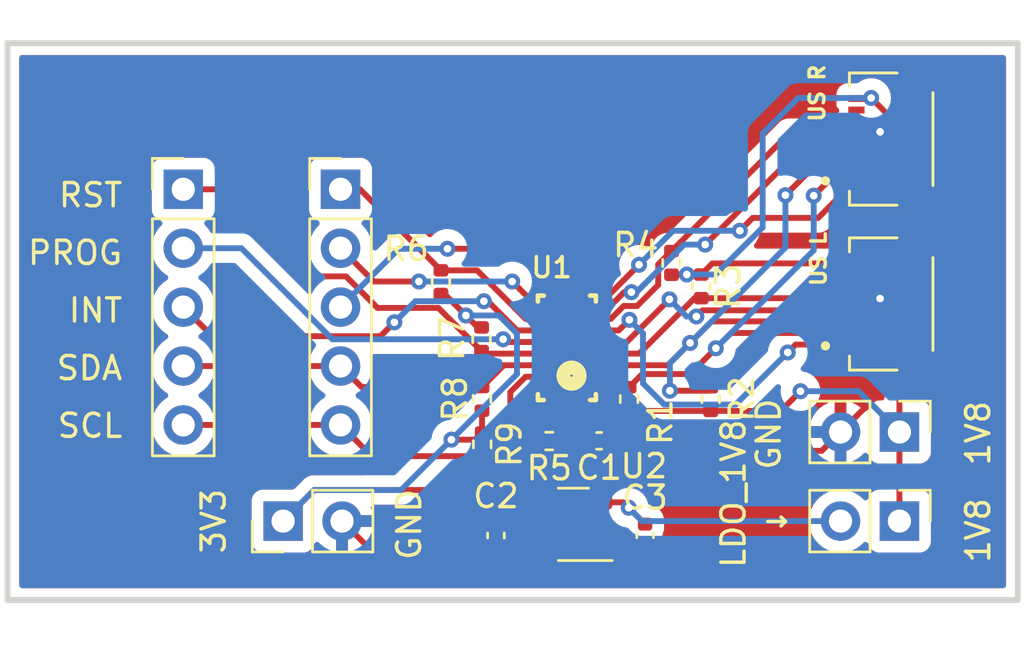
<source format=kicad_pcb>
(kicad_pcb (version 20211014) (generator pcbnew)
  (layers (0 "F.Cu" signal "Front") (31 "B.Cu" signal "Back") (34 "B.Paste" user) (35 "F.Paste" user) (36 "B.SilkS" user "B.Silkscreen") (37 "F.SilkS" user "F.Silkscreen") (38 "B.Mask" user) (39 "F.Mask" user) (44 "Edge.Cuts" user))
  (net 0 "")
  (net 1 "+3V3")
  (net 2 "GND")
  (net 3 "1V8_INTERNAL")
  (net 4 "+1V8")
  (net 5 "SCL_3V3")
  (net 6 "SDA_3V3")
  (net 7 "RST_R_3V3")
  (net 8 "PROG_R_3V3")
  (net 9 "INT_R_3V3")
  (net 10 "RST_L_3V3")
  (net 11 "PROG_L_3V3")
  (net 12 "INT_L_3V3")
  (net 13 "INT_L_1V8")
  (net 14 "SCL_1V8")
  (net 15 "SDA_1V8")
  (net 16 "PROG_L_1V8")
  (net 17 "RST_L_1V8")
  (net 18 "INT_R_1V8")
  (net 19 "PROG_R_1V8")
  (net 20 "RST_R_1V8")
  (net 21 "Net-(R5-Pad1)")
  (footprint "Resistor_SMD:R_0402_1005Metric" (layer "F.Cu") (at 115.11 72.02 -90)
    (fp_text reference "R3" (at 0 -1.17 90) (layer "F.SilkS"))
    (fp_text value "10k/0402")
    (fp_line (start -0.153641 0.38) (end 0.153641 0.38) (layer "F.SilkS") (width 0.12))
    (fp_line (start -0.153641 -0.38) (end 0.153641 -0.38) (layer "F.SilkS") (width 0.12))
    (pad "1" smd roundrect (at -0.51 0 270) (size 0.54 0.64) (layers "F.Cu" "F.Paste" "F.Mask") (net 4 "+1V8"))
    (pad "2" smd roundrect (at 0.51 0 270) (size 0.54 0.64) (layers "F.Cu" "F.Paste" "F.Mask") (net 17 "RST_L_1V8"))
  )
  (footprint "Resistor_SMD:R_0402_1005Metric" (layer "F.Cu") (at 105.66 76.87 90)
    (fp_text reference "R8" (at 0 -1.17 90) (layer "F.SilkS"))
    (fp_text value "1.8k/0402")
    (fp_line (start -0.153641 0.38) (end 0.153641 0.38) (layer "F.SilkS") (width 0.12))
    (fp_line (start -0.153641 -0.38) (end 0.153641 -0.38) (layer "F.SilkS") (width 0.12))
    (pad "1" smd roundrect (at -0.51 0 90) (size 0.54 0.64) (layers "F.Cu" "F.Paste" "F.Mask") (net 1 "+3V3"))
    (pad "2" smd roundrect (at 0.51 0 90) (size 0.54 0.64) (layers "F.Cu" "F.Paste" "F.Mask") (net 6 "SDA_3V3"))
  )
  (footprint "Connector_PinHeader_2.54mm:PinHeader_1x02_P2.54mm_Vertical" (layer "F.Cu") (at 97.085 82.14 90)
    (fp_text reference "J1" hide)
    (fp_text value "3V3 IN")
    (fp_line (start -1.33 1.27) (end -1.33 3.87) (layer "F.SilkS") (width 0.12))
    (fp_line (start -1.33 1.27) (end 1.33 1.27) (layer "F.SilkS") (width 0.12))
    (fp_line (start 1.33 1.27) (end 1.33 3.87) (layer "F.SilkS") (width 0.12))
    (fp_line (start -1.33 -1.33) (end 0 -1.33) (layer "F.SilkS") (width 0.12))
    (fp_line (start -1.33 0) (end -1.33 -1.33) (layer "F.SilkS") (width 0.12))
    (fp_line (start -1.33 3.87) (end 1.33 3.87) (layer "F.SilkS") (width 0.12))
    (pad "1" thru_hole rect (at 0 0 90) (size 1.7 1.7) (drill 1) (layers *.Cu *.Mask) (net 1 "+3V3"))
    (pad "2" thru_hole oval (at 0 2.54 90) (size 1.7 1.7) (drill 1) (layers *.Cu *.Mask) (net 2 "GND"))
  )
  (footprint "Connector_PinHeader_2.54mm:PinHeader_1x05_P2.54mm_Vertical" (layer "F.Cu") (at 92.78 67.835)
    (fp_text reference "J4" hide)
    (fp_text value "US L 3V3")
    (fp_line (start 1.33 1.27) (end 1.33 11.49) (layer "F.SilkS") (width 0.12))
    (fp_line (start -1.33 1.27) (end 1.33 1.27) (layer "F.SilkS") (width 0.12))
    (fp_line (start -1.33 -1.33) (end 0 -1.33) (layer "F.SilkS") (width 0.12))
    (fp_line (start -1.33 1.27) (end -1.33 11.49) (layer "F.SilkS") (width 0.12))
    (fp_line (start -1.33 0) (end -1.33 -1.33) (layer "F.SilkS") (width 0.12))
    (fp_line (start -1.33 11.49) (end 1.33 11.49) (layer "F.SilkS") (width 0.12))
    (pad "1" thru_hole rect (at 0 0) (size 1.7 1.7) (drill 1) (layers *.Cu *.Mask) (net 10 "RST_L_3V3"))
    (pad "2" thru_hole oval (at 0 2.54) (size 1.7 1.7) (drill 1) (layers *.Cu *.Mask) (net 11 "PROG_L_3V3"))
    (pad "3" thru_hole oval (at 0 5.08) (size 1.7 1.7) (drill 1) (layers *.Cu *.Mask) (net 12 "INT_L_3V3"))
    (pad "4" thru_hole oval (at 0 7.62) (size 1.7 1.7) (drill 1) (layers *.Cu *.Mask) (net 6 "SDA_3V3"))
    (pad "5" thru_hole oval (at 0 10.16) (size 1.7 1.7) (drill 1) (layers *.Cu *.Mask) (net 5 "SCL_3V3"))
  )
  (footprint "Rolling_Custom:MOLEX_5034800800" (layer "F.Cu") (at 121.8 72.78 90)
    (fp_text reference "US L" (at 1.94 -1.63 90) (layer "F.SilkS") (effects (font (size 0.64 0.64))))
    (fp_text value "US L 1V8")
    (fp_line (start 2.25 -0.3) (end 2.85 -0.3) (layer "F.SilkS") (width 0.127))
    (fp_line (start -2.85 -0.3) (end -2.85 1.75) (layer "F.SilkS") (width 0.127))
    (fp_line (start -2.25 -0.3) (end -2.85 -0.3) (layer "F.SilkS") (width 0.127))
    (fp_line (start 2.85 -0.3) (end 2.85 1.75) (layer "F.SilkS") (width 0.127))
    (fp_line (start -2 3.3) (end 2 3.3) (layer "F.SilkS") (width 0.127))
    (fp_circle (center -1.805 -1.335) (end -1.705 -1.335) (layer "F.SilkS") (width 0.2) (fill none))
    (pad "1" smd rect (at -1.75 0 90) (size 0.3 0.7) (layers "F.Cu" "F.Paste" "F.Mask") (net 13 "INT_L_1V8"))
    (pad "2" smd rect (at -1.25 0 90) (size 0.3 0.7) (layers "F.Cu" "F.Paste" "F.Mask") (net 14 "SCL_1V8"))
    (pad "3" smd rect (at -0.75 0 90) (size 0.3 0.7) (layers "F.Cu" "F.Paste" "F.Mask") (net 15 "SDA_1V8"))
    (pad "4" smd rect (at -0.25 0 90) (size 0.3 0.7) (layers "F.Cu" "F.Paste" "F.Mask") (net 16 "PROG_L_1V8"))
    (pad "5" smd rect (at 0.25 0 90) (size 0.3 0.7) (layers "F.Cu" "F.Paste" "F.Mask") (net 17 "RST_L_1V8"))
    (pad "6" smd rect (at 0.75 0 90) (size 0.3 0.7) (layers "F.Cu" "F.Paste" "F.Mask") (net 2 "GND"))
    (pad "7" smd rect (at 1.25 0 90) (size 0.3 0.7) (layers "F.Cu" "F.Paste" "F.Mask") (net 2 "GND"))
    (pad "8" smd rect (at 1.75 0 90) (size 0.3 0.7) (layers "F.Cu" "F.Paste" "F.Mask") (net 4 "+1V8"))
    (pad "S1" smd rect (at -2.54 2.65 90) (size 0.3 1) (layers "F.Cu" "F.Paste" "F.Mask"))
    (pad "S2" smd rect (at 2.54 2.65 90) (size 0.3 1) (layers "F.Cu" "F.Paste" "F.Mask"))
  )
  (footprint "Resistor_SMD:R_0402_1005Metric" (layer "F.Cu") (at 105.64 74.3 -90)
    (fp_text reference "R7" (at -0.04 1.27 90) (layer "F.SilkS"))
    (fp_text value "10k/0402")
    (fp_line (start -0.153641 0.38) (end 0.153641 0.38) (layer "F.SilkS") (width 0.12))
    (fp_line (start -0.153641 -0.38) (end 0.153641 -0.38) (layer "F.SilkS") (width 0.12))
    (pad "1" smd roundrect (at -0.51 0 270) (size 0.54 0.64) (layers "F.Cu" "F.Paste" "F.Mask") (net 1 "+3V3"))
    (pad "2" smd roundrect (at 0.51 0 270) (size 0.54 0.64) (layers "F.Cu" "F.Paste" "F.Mask") (net 10 "RST_L_3V3"))
  )
  (footprint "Resistor_SMD:R_0402_1005Metric" (layer "F.Cu") (at 113.83 71.01 90)
    (fp_text reference "R4" (at 0.77 -1.54 180) (layer "F.SilkS"))
    (fp_text value "10k/0402")
    (fp_line (start -0.153641 -0.38) (end 0.153641 -0.38) (layer "F.SilkS") (width 0.12))
    (fp_line (start -0.153641 0.38) (end 0.153641 0.38) (layer "F.SilkS") (width 0.12))
    (pad "1" smd roundrect (at -0.51 0 90) (size 0.54 0.64) (layers "F.Cu" "F.Paste" "F.Mask") (net 4 "+1V8"))
    (pad "2" smd roundrect (at 0.51 0 90) (size 0.54 0.64) (layers "F.Cu" "F.Paste" "F.Mask") (net 20 "RST_R_1V8"))
  )
  (footprint "Capacitor_SMD:C_0402_1005Metric" (layer "F.Cu") (at 106.26 82.76 -90)
    (fp_text reference "C2" (at -1.7 0 180) (layer "F.SilkS"))
    (fp_text value "1uF/10V/0402")
    (fp_line (start -0.107836 0.36) (end 0.107836 0.36) (layer "F.SilkS") (width 0.12))
    (fp_line (start -0.107836 -0.36) (end 0.107836 -0.36) (layer "F.SilkS") (width 0.12))
    (pad "1" smd roundrect (at -0.48 0 270) (size 0.56 0.62) (layers "F.Cu" "F.Paste" "F.Mask") (net 1 "+3V3"))
    (pad "2" smd roundrect (at 0.48 0 270) (size 0.56 0.62) (layers "F.Cu" "F.Paste" "F.Mask") (net 2 "GND"))
  )
  (footprint "Resistor_SMD:R_0402_1005Metric" (layer "F.Cu") (at 103.89 71.84 90)
    (fp_text reference "R6" (at 1.44 -1.5 180) (layer "F.SilkS"))
    (fp_text value "10k/0402")
    (fp_line (start -0.153641 -0.38) (end 0.153641 -0.38) (layer "F.SilkS") (width 0.12))
    (fp_line (start -0.153641 0.38) (end 0.153641 0.38) (layer "F.SilkS") (width 0.12))
    (pad "1" smd roundrect (at -0.51 0 90) (size 0.54 0.64) (layers "F.Cu" "F.Paste" "F.Mask") (net 1 "+3V3"))
    (pad "2" smd roundrect (at 0.51 0 90) (size 0.54 0.64) (layers "F.Cu" "F.Paste" "F.Mask") (net 7 "RST_R_3V3"))
  )
  (footprint "Resistor_SMD:R_0402_1005Metric" (layer "F.Cu") (at 105.67 78.83 -90)
    (fp_text reference "R9" (at 0 -1.17 90) (layer "F.SilkS"))
    (fp_text value "1.8k/0402")
    (fp_line (start -0.153641 0.38) (end 0.153641 0.38) (layer "F.SilkS") (width 0.12))
    (fp_line (start -0.153641 -0.38) (end 0.153641 -0.38) (layer "F.SilkS") (width 0.12))
    (pad "1" smd roundrect (at -0.51 0 270) (size 0.54 0.64) (layers "F.Cu" "F.Paste" "F.Mask") (net 1 "+3V3"))
    (pad "2" smd roundrect (at 0.51 0 270) (size 0.54 0.64) (layers "F.Cu" "F.Paste" "F.Mask") (net 5 "SCL_3V3"))
  )
  (footprint "Capacitor_SMD:C_0402_1005Metric" (layer "F.Cu") (at 112.69 82.75 -90)
    (fp_text reference "C3" (at -1.62 0 180) (layer "F.SilkS"))
    (fp_text value "1nF/50V/0402")
    (fp_line (start -0.107836 0.36) (end 0.107836 0.36) (layer "F.SilkS") (width 0.12))
    (fp_line (start -0.107836 -0.36) (end 0.107836 -0.36) (layer "F.SilkS") (width 0.12))
    (pad "1" smd roundrect (at -0.48 0 270) (size 0.56 0.62) (layers "F.Cu" "F.Paste" "F.Mask") (net 3 "1V8_INTERNAL"))
    (pad "2" smd roundrect (at 0.48 0 270) (size 0.56 0.62) (layers "F.Cu" "F.Paste" "F.Mask") (net 2 "GND"))
  )
  (footprint "Resistor_SMD:R_0402_1005Metric" (layer "F.Cu") (at 115.52 76.88 90)
    (fp_text reference "R2" (at 0 1.34 90) (layer "F.SilkS"))
    (fp_text value "1.8k/0402")
    (fp_line (start -0.153641 0.38) (end 0.153641 0.38) (layer "F.SilkS") (width 0.12))
    (fp_line (start -0.153641 -0.38) (end 0.153641 -0.38) (layer "F.SilkS") (width 0.12))
    (pad "1" smd roundrect (at -0.51 0 90) (size 0.54 0.64) (layers "F.Cu" "F.Paste" "F.Mask") (net 4 "+1V8"))
    (pad "2" smd roundrect (at 0.51 0 90) (size 0.54 0.64) (layers "F.Cu" "F.Paste" "F.Mask") (net 15 "SDA_1V8"))
  )
  (footprint "Rolling_Custom:DHVQFN20_SOT764-1" (layer "F.Cu") (at 109.32 74.67 90)
    (fp_text reference "U1" (at 3.46 -0.66 180) (layer "F.SilkS") (effects (font (size 0.866142 0.866142))))
    (fp_text value "PI4ULS5V108")
    (fp_line (start 2.25 -1.25) (end 2.25 -1) (layer "F.SilkS") (width 0.2))
    (fp_line (start 2.25 1) (end 2.25 1.25) (layer "F.SilkS") (width 0.2))
    (fp_line (start -2.25 -1.25) (end -2.25 -1) (layer "F.SilkS") (width 0.2))
    (fp_line (start 2.25 1.25) (end 2 1.25) (layer "F.SilkS") (width 0.2))
    (fp_line (start 2.25 -1.25) (end 2 -1.25) (layer "F.SilkS") (width 0.2))
    (fp_line (start -2 1.25) (end -2.25 1.25) (layer "F.SilkS") (width 0.2))
    (fp_line (start -2.25 -1.25) (end -2 -1.25) (layer "F.SilkS") (width 0.2))
    (fp_line (start -2.25 1.25) (end -2.25 1) (layer "F.SilkS") (width 0.2))
    (fp_circle (center -1.2 0.2) (end -1.15 0.2) (layer "F.SilkS") (width 0.6) (fill none))
    (pad "1" smd rect (at -2.25 0.25 180) (size 0.25 0.8) (layers "F.Cu" "F.Paste" "F.Mask") (net 2 "GND"))
    (pad "2" smd rect (at -1.75 1.25 90) (size 0.25 0.8) (layers "F.Cu" "F.Paste" "F.Mask") (net 4 "+1V8"))
    (pad "3" smd rect (at -1.25 1.25 90) (size 0.25 0.8) (layers "F.Cu" "F.Paste" "F.Mask") (net 14 "SCL_1V8"))
    (pad "4" smd rect (at -0.75 1.25 90) (size 0.25 0.8) (layers "F.Cu" "F.Paste" "F.Mask") (net 15 "SDA_1V8"))
    (pad "5" smd rect (at -0.25 1.25 90) (size 0.25 0.8) (layers "F.Cu" "F.Paste" "F.Mask") (net 17 "RST_L_1V8"))
    (pad "6" smd rect (at 0.25 1.25 90) (size 0.25 0.8) (layers "F.Cu" "F.Paste" "F.Mask") (net 16 "PROG_L_1V8"))
    (pad "7" smd rect (at 0.75 1.25 90) (size 0.25 0.8) (layers "F.Cu" "F.Paste" "F.Mask") (net 13 "INT_L_1V8"))
    (pad "8" smd rect (at 1.25 1.25 90) (size 0.25 0.8) (layers "F.Cu" "F.Paste" "F.Mask") (net 20 "RST_R_1V8"))
    (pad "9" smd rect (at 1.75 1.25 90) (size 0.25 0.8) (layers "F.Cu" "F.Paste" "F.Mask") (net 19 "PROG_R_1V8"))
    (pad "10" smd rect (at 2.25 0.25 180) (size 0.25 0.8) (layers "F.Cu" "F.Paste" "F.Mask") (net 18 "INT_R_1V8"))
    (pad "11" smd rect (at 2.25 -0.25 180) (size 0.25 0.8) (layers "F.Cu" "F.Paste" "F.Mask") (net 9 "INT_R_3V3"))
    (pad "12" smd rect (at 1.75 -1.25 90) (size 0.25 0.8) (layers "F.Cu" "F.Paste" "F.Mask") (net 8 "PROG_R_3V3"))
    (pad "13" smd rect (at 1.25 -1.25 90) (size 0.25 0.8) (layers "F.Cu" "F.Paste" "F.Mask") (net 7 "RST_R_3V3"))
    (pad "14" smd rect (at 0.75 -1.25 90) (size 0.25 0.8) (layers "F.Cu" "F.Paste" "F.Mask") (net 12 "INT_L_3V3"))
    (pad "15" smd rect (at 0.25 -1.25 90) (size 0.25 0.8) (layers "F.Cu" "F.Paste" "F.Mask") (net 11 "PROG_L_3V3"))
    (pad "16" smd rect (at -0.25 -1.25 90) (size 0.25 0.8) (layers "F.Cu" "F.Paste" "F.Mask") (net 10 "RST_L_3V3"))
    (pad "17" smd rect (at -0.75 -1.25 90) (size 0.25 0.8) (layers "F.Cu" "F.Paste" "F.Mask") (net 6 "SDA_3V3"))
    (pad "18" smd rect (at -1.25 -1.25 90) (size 0.25 0.8) (layers "F.Cu" "F.Paste" "F.Mask") (net 5 "SCL_3V3"))
    (pad "19" smd rect (at -1.75 -1.25 90) (size 0.25 0.8) (layers "F.Cu" "F.Paste" "F.Mask") (net 1 "+3V3"))
    (pad "20" smd rect (at -2.25 -0.25 180) (size 0.25 0.8) (layers "F.Cu" "F.Paste" "F.Mask") (net 21 "Net-(R5-Pad1)"))
  )
  (footprint "Connector_PinHeader_2.54mm:PinHeader_1x05_P2.54mm_Vertical" (layer "F.Cu") (at 99.56 67.835)
    (fp_text reference "J3" hide)
    (fp_text value "US R 3V3")
    (fp_line (start -1.33 -1.33) (end 0 -1.33) (layer "F.SilkS") (width 0.12))
    (fp_line (start -1.33 0) (end -1.33 -1.33) (layer "F.SilkS") (width 0.12))
    (fp_line (start -1.33 1.27) (end -1.33 11.49) (layer "F.SilkS") (width 0.12))
    (fp_line (start -1.33 11.49) (end 1.33 11.49) (layer "F.SilkS") (width 0.12))
    (fp_line (start -1.33 1.27) (end 1.33 1.27) (layer "F.SilkS") (width 0.12))
    (fp_line (start 1.33 1.27) (end 1.33 11.49) (layer "F.SilkS") (width 0.12))
    (pad "1" thru_hole rect (at 0 0) (size 1.7 1.7) (drill 1) (layers *.Cu *.Mask) (net 7 "RST_R_3V3"))
    (pad "2" thru_hole oval (at 0 2.54) (size 1.7 1.7) (drill 1) (layers *.Cu *.Mask) (net 8 "PROG_R_3V3"))
    (pad "3" thru_hole oval (at 0 5.08) (size 1.7 1.7) (drill 1) (layers *.Cu *.Mask) (net 9 "INT_R_3V3"))
    (pad "4" thru_hole oval (at 0 7.62) (size 1.7 1.7) (drill 1) (layers *.Cu *.Mask) (net 6 "SDA_3V3"))
    (pad "5" thru_hole oval (at 0 10.16) (size 1.7 1.7) (drill 1) (layers *.Cu *.Mask) (net 5 "SCL_3V3"))
  )
  (footprint "Package_TO_SOT_SMD:SOT-23" (layer "F.Cu") (at 109.6 82.28 180)
    (fp_text reference "U2" (at -3.04 2.51) (layer "F.SilkS"))
    (fp_text value "XC6206P182MR")
    (fp_line (start 0 -1.56) (end -1.675 -1.56) (layer "F.SilkS") (width 0.12))
    (fp_line (start 0 1.56) (end 0.65 1.56) (layer "F.SilkS") (width 0.12))
    (fp_line (start 0 -1.56) (end 0.65 -1.56) (layer "F.SilkS") (width 0.12))
    (fp_line (start 0 1.56) (end -0.65 1.56) (layer "F.SilkS") (width 0.12))
    (pad "1" smd roundrect (at -0.9375 -0.95 180) (size 1.475 0.6) (layers "F.Cu" "F.Paste" "F.Mask") (net 2 "GND"))
    (pad "2" smd roundrect (at -0.9375 0.95 180) (size 1.475 0.6) (layers "F.Cu" "F.Paste" "F.Mask") (net 3 "1V8_INTERNAL"))
    (pad "3" smd roundrect (at 0.9375 0 180) (size 1.475 0.6) (layers "F.Cu" "F.Paste" "F.Mask") (net 1 "+3V3"))
  )
  (footprint "Connector_PinHeader_2.54mm:PinHeader_1x02_P2.54mm_Vertical" (layer "F.Cu") (at 123.655 78.3 -90)
    (fp_text reference "J2" hide)
    (fp_text value "1V8 OUT")
    (fp_line (start -1.33 -1.33) (end 0 -1.33) (layer "F.SilkS") (width 0.12))
    (fp_line (start -1.33 1.27) (end 1.33 1.27) (layer "F.SilkS") (width 0.12))
    (fp_line (start -1.33 1.27) (end -1.33 3.87) (layer "F.SilkS") (width 0.12))
    (fp_line (start -1.33 3.87) (end 1.33 3.87) (layer "F.SilkS") (width 0.12))
    (fp_line (start -1.33 0) (end -1.33 -1.33) (layer "F.SilkS") (width 0.12))
    (fp_line (start 1.33 1.27) (end 1.33 3.87) (layer "F.SilkS") (width 0.12))
    (pad "1" thru_hole rect (at 0 0 270) (size 1.7 1.7) (drill 1) (layers *.Cu *.Mask) (net 4 "+1V8"))
    (pad "2" thru_hole oval (at 0 2.54 270) (size 1.7 1.7) (drill 1) (layers *.Cu *.Mask) (net 2 "GND"))
  )
  (footprint "Rolling_Custom:MOLEX_5034800800" (layer "F.Cu") (at 121.8 65.67 90)
    (fp_text reference "US R" (at 1.98 -1.69 90) (layer "F.SilkS") (effects (font (size 0.64 0.64))))
    (fp_text value "US R 1V8")
    (fp_line (start -2.85 -0.3) (end -2.85 1.75) (layer "F.SilkS") (width 0.127))
    (fp_line (start 2.25 -0.3) (end 2.85 -0.3) (layer "F.SilkS") (width 0.127))
    (fp_line (start -2.25 -0.3) (end -2.85 -0.3) (layer "F.SilkS") (width 0.127))
    (fp_line (start 2.85 -0.3) (end 2.85 1.75) (layer "F.SilkS") (width 0.127))
    (fp_line (start -2 3.3) (end 2 3.3) (layer "F.SilkS") (width 0.127))
    (fp_circle (center -1.805 -1.335) (end -1.705 -1.335) (layer "F.SilkS") (width 0.2) (fill none))
    (pad "1" smd rect (at -1.75 0 90) (size 0.3 0.7) (layers "F.Cu" "F.Paste" "F.Mask") (net 18 "INT_R_1V8"))
    (pad "2" smd rect (at -1.25 0 90) (size 0.3 0.7) (layers "F.Cu" "F.Paste" "F.Mask") (net 14 "SCL_1V8"))
    (pad "3" smd rect (at -0.75 0 90) (size 0.3 0.7) (layers "F.Cu" "F.Paste" "F.Mask") (net 15 "SDA_1V8"))
    (pad "4" smd rect (at -0.25 0 90) (size 0.3 0.7) (layers "F.Cu" "F.Paste" "F.Mask") (net 19 "PROG_R_1V8"))
    (pad "5" smd rect (at 0.25 0 90) (size 0.3 0.7) (layers "F.Cu" "F.Paste" "F.Mask") (net 20 "RST_R_1V8"))
    (pad "6" smd rect (at 0.75 0 90) (size 0.3 0.7) (layers "F.Cu" "F.Paste" "F.Mask") (net 2 "GND"))
    (pad "7" smd rect (at 1.25 0 90) (size 0.3 0.7) (layers "F.Cu" "F.Paste" "F.Mask") (net 2 "GND"))
    (pad "8" smd rect (at 1.75 0 90) (size 0.3 0.7) (layers "F.Cu" "F.Paste" "F.Mask") (net 4 "+1V8"))
    (pad "S1" smd rect (at -2.54 2.65 90) (size 0.3 1) (layers "F.Cu" "F.Paste" "F.Mask"))
    (pad "S2" smd rect (at 2.54 2.65 90) (size 0.3 1) (layers "F.Cu" "F.Paste" "F.Mask"))
  )
  (footprint "Resistor_SMD:R_0402_1005Metric" (layer "F.Cu") (at 108.56 78.69 180)
    (fp_text reference "R5" (at 0 -1.17) (layer "F.SilkS"))
    (fp_text value "200k/0402")
    (fp_line (start -0.153641 -0.38) (end 0.153641 -0.38) (layer "F.SilkS") (width 0.12))
    (fp_line (start -0.153641 0.38) (end 0.153641 0.38) (layer "F.SilkS") (width 0.12))
    (pad "1" smd roundrect (at -0.51 0 180) (size 0.54 0.64) (layers "F.Cu" "F.Paste" "F.Mask") (net 21 "Net-(R5-Pad1)"))
    (pad "2" smd roundrect (at 0.51 0 180) (size 0.54 0.64) (layers "F.Cu" "F.Paste" "F.Mask") (net 1 "+3V3"))
  )
  (footprint "Connector_PinHeader_2.54mm:PinHeader_1x02_P2.54mm_Vertical" (layer "F.Cu") (at 123.655 82.14 -90)
    (fp_text reference "J7" hide)
    (fp_text value "1V8 Short")
    (fp_line (start -1.33 3.87) (end 1.33 3.87) (layer "F.SilkS") (width 0.12))
    (fp_line (start 1.33 1.27) (end 1.33 3.87) (layer "F.SilkS") (width 0.12))
    (fp_line (start -1.33 -1.33) (end 0 -1.33) (layer "F.SilkS") (width 0.12))
    (fp_line (start -1.33 0) (end -1.33 -1.33) (layer "F.SilkS") (width 0.12))
    (fp_line (start -1.33 1.27) (end 1.33 1.27) (layer "F.SilkS") (width 0.12))
    (fp_line (start -1.33 1.27) (end -1.33 3.87) (layer "F.SilkS") (width 0.12))
    (pad "1" thru_hole rect (at 0 0 270) (size 1.7 1.7) (drill 1) (layers *.Cu *.Mask) (net 4 "+1V8"))
    (pad "2" thru_hole oval (at 0 2.54 270) (size 1.7 1.7) (drill 1) (layers *.Cu *.Mask) (net 3 "1V8_INTERNAL"))
  )
  (footprint "Resistor_SMD:R_0402_1005Metric" (layer "F.Cu") (at 112 76.88 90)
    (fp_text reference "R1" (at -1 1.35 90) (layer "F.SilkS"))
    (fp_text value "1.8k/0402")
    (fp_line (start -0.153641 0.38) (end 0.153641 0.38) (layer "F.SilkS") (width 0.12))
    (fp_line (start -0.153641 -0.38) (end 0.153641 -0.38) (layer "F.SilkS") (width 0.12))
    (pad "1" smd roundrect (at -0.51 0 90) (size 0.54 0.64) (layers "F.Cu" "F.Paste" "F.Mask") (net 4 "+1V8"))
    (pad "2" smd roundrect (at 0.51 0 90) (size 0.54 0.64) (layers "F.Cu" "F.Paste" "F.Mask") (net 14 "SCL_1V8"))
  )
  (footprint "Capacitor_SMD:C_0402_1005Metric" (layer "F.Cu") (at 110.71 78.68 180)
    (fp_text reference "C1" (at 0 -1.16) (layer "F.SilkS"))
    (fp_text value "100nF/10V/0402")
    (fp_line (start -0.107836 -0.36) (end 0.107836 -0.36) (layer "F.SilkS") (width 0.12))
    (fp_line (start -0.107836 0.36) (end 0.107836 0.36) (layer "F.SilkS") (width 0.12))
    (pad "1" smd roundrect (at -0.48 0 180) (size 0.56 0.62) (layers "F.Cu" "F.Paste" "F.Mask") (net 1 "+3V3"))
    (pad "2" smd roundrect (at 0.48 0 180) (size 0.56 0.62) (layers "F.Cu" "F.Paste" "F.Mask") (net 2 "GND"))
  )
  (gr_rect (start 85.2 61.54) (end 128.76 85.54) (layer "Edge.Cuts") (width 0.254) (fill none))
  (gr_text "RST" (at 88.78381 68.09) (layer "F.SilkS") (effects (font (size 1 1))))
  (gr_text "1V8" (at 127.05 78.35 90) (layer "F.SilkS") (effects (font (size 1 1))))
  (gr_text "→" (at 118.36 82.23 180) (layer "F.SilkS") (effects (font (size 1 1)) (justify mirror)))
  (gr_text "INT" (at 88.998096 73.06) (layer "F.SilkS") (effects (font (size 1 1))))
  (gr_text "PROG" (at 88.117143 70.575) (layer "F.SilkS") (effects (font (size 1 1))))
  (gr_text "GND" (at 118.02 78.39 90) (layer "F.SilkS") (effects (font (size 1 1))))
  (gr_text "LDO_1V8" (at 116.5 80.96 90) (layer "F.SilkS") (effects (font (size 1 1))))
  (gr_text "1V8" (at 127.05 82.54 90) (layer "F.SilkS") (effects (font (size 1 1))))
  (gr_text "GND" (at 102.52 82.282857 90) (layer "F.SilkS") (effects (font (size 1 1))))
  (gr_text "SCL" (at 88.76 78.03) (layer "F.SilkS") (effects (font (size 1 1))))
  (gr_text "SDA" (at 88.736191 75.545) (layer "F.SilkS") (effects (font (size 1 1))))
  (gr_text "3V3" (at 94.09 82.14 90) (layer "F.SilkS") (effects (font (size 1 1))))
  (segment (start 111.19 78.68) (end 110.5675 79.3025) (width 0.254) (layer "F.Cu") (net 1))
  (segment (start 108.07 78.67) (end 108.05 78.69) (width 0.254) (layer "F.Cu") (net 1))
  (segment (start 104.78 80.8) (end 106.26 82.28) (width 0.254) (layer "F.Cu") (net 1))
  (segment (start 105.66 77.38) (end 105.66 78.31) (width 0.254) (layer "F.Cu") (net 1))
  (segment (start 106.26 82.28) (end 108.6625 82.28) (width 0.254) (layer "F.Cu") (net 1))
  (segment (start 98.425 80.8) (end 104.78 80.8) (width 0.254) (layer "F.Cu") (net 1))
  (segment (start 105.36 78.63) (end 104.34 78.63) (width 0.254) (layer "F.Cu") (net 1))
  (segment (start 108.6625 79.3025) (end 108.05 78.69) (width 0.254) (layer "F.Cu") (net 1))
  (segment (start 108.6625 82.28) (end 108.6625 79.3025) (width 0.254) (layer "F.Cu") (net 1))
  (segment (start 108.07 76.42) (end 108.07 78.67) (width 0.254) (layer "F.Cu") (net 1))
  (segment (start 104.965 73.275) (end 104.04 72.35) (width 0.254) (layer "F.Cu") (net 1))
  (segment (start 105.66 78.31) (end 105.67 78.32) (width 0.254) (layer "F.Cu") (net 1))
  (segment (start 110.5675 79.3025) (end 108.6625 79.3025) (width 0.254) (layer "F.Cu") (net 1))
  (segment (start 97.085 82.14) (end 98.425 80.8) (width 0.254) (layer "F.Cu") (net 1))
  (segment (start 105.64 73.79) (end 105.48 73.79) (width 0.254) (layer "F.Cu") (net 1))
  (segment (start 105.48 73.79) (end 104.965 73.275) (width 0.254) (layer "F.Cu") (net 1))
  (segment (start 105.67 78.32) (end 105.36 78.63) (width 0.254) (layer "F.Cu") (net 1))
  (segment (start 104.04 72.35) (end 103.89 72.35) (width 0.254) (layer "F.Cu") (net 1))
  (via (at 104.965 73.275) (size 0.6858) (drill 0.3302) (layers "F.Cu" "B.Cu") (net 1))
  (via (at 104.34 78.63) (size 0.6858) (drill 0.3302) (layers "F.Cu" "B.Cu") (net 1))
  (segment (start 107.166411 74.052957) (end 107.166411 75.803589) (width 0.254) (layer "B.Cu") (net 1))
  (segment (start 104.965 73.275) (end 106.388454 73.275) (width 0.254) (layer "B.Cu") (net 1))
  (segment (start 102.17 80.8) (end 98.425 80.8) (width 0.254) (layer "B.Cu") (net 1))
  (segment (start 107.166411 75.803589) (end 104.34 78.63) (width 0.254) (layer "B.Cu") (net 1))
  (segment (start 106.388454 73.275) (end 107.166411 74.052957) (width 0.254) (layer "B.Cu") (net 1))
  (segment (start 98.425 80.8) (end 97.085 82.14) (width 0.254) (layer "B.Cu") (net 1))
  (segment (start 104.34 78.63) (end 102.17 80.8) (width 0.254) (layer "B.Cu") (net 1))
  (segment (start 106.26 83.24) (end 112.68 83.24) (width 0.254) (layer "F.Cu") (net 2))
  (segment (start 122.82 65.36) (end 122.38 64.92) (width 0.254) (layer "F.Cu") (net 2))
  (segment (start 113.65 82.84) (end 113.26 83.23) (width 0.254) (layer "F.Cu") (net 2))
  (segment (start 121.115 78.3) (end 122.82 76.595) (width 0.254) (layer "F.Cu") (net 2))
  (segment (start 113.65 79.11) (end 120.305 79.11) (width 0.254) (layer "F.Cu") (net 2))
  (segment (start 110.87 78.04) (end 112.58 78.04) (width 0.254) (layer "F.Cu") (net 2))
  (segment (start 122.82 76.595) (end 122.82 72.542978) (width 0.254) (layer "F.Cu") (net 2))
  (segment (start 100.725 83.24) (end 99.625 82.14) (width 0.254) (layer "F.Cu") (net 2))
  (segment (start 110.23 78.68) (end 110.87 78.04) (width 0.254) (layer "F.Cu") (net 2))
  (segment (start 122.82 72.542978) (end 122.307022 72.03) (width 0.254) (layer "F.Cu") (net 2))
  (segment (start 109.57 76.92) (end 109.57 78.02) (width 0.254) (layer "F.Cu") (net 2))
  (segment (start 120.305 79.11) (end 121.115 78.3) (width 0.254) (layer "F.Cu") (net 2))
  (segment (start 112.68 83.24) (end 112.69 83.23) (width 0.254) (layer "F.Cu") (net 2))
  (segment (start 122.307022 72.03) (end 121.8 72.03) (width 0.254) (layer "F.Cu") (net 2))
  (segment (start 113.26 83.23) (end 112.69 83.23) (width 0.254) (layer "F.Cu") (net 2))
  (segment (start 113.65 79.11) (end 113.65 82.84) (width 0.254) (layer "F.Cu") (net 2))
  (segment (start 109.57 78.02) (end 110.23 78.68) (width 0.254) (layer "F.Cu") (net 2))
  (segment (start 121.8 71.53) (end 121.8 72.03) (width 0.254) (layer "F.Cu") (net 2))
  (segment (start 122.38 64.92) (end 121.8 64.92) (width 0.254) (layer "F.Cu") (net 2))
  (segment (start 112.58 78.04) (end 113.65 79.11) (width 0.254) (layer "F.Cu") (net 2))
  (segment (start 121.8 64.92) (end 121.8 64.42) (width 0.254) (layer "F.Cu") (net 2))
  (segment (start 106.26 83.24) (end 100.725 83.24) (width 0.254) (layer "F.Cu") (net 2))
  (via (at 122.82 65.36) (size 0.6858) (drill 0.3302) (layers "F.Cu" "B.Cu") (net 2))
  (via (at 122.82 72.542978) (size 0.6858) (drill 0.3302) (layers "F.Cu" "B.Cu") (net 2))
  (segment (start 122.82 72.542978) (end 122.82 65.36) (width 0.254) (layer "B.Cu") (net 2))
  (segment (start 112.69 82.27) (end 111.985 81.565) (width 0.254) (layer "F.Cu") (net 3))
  (segment (start 111.985 81.565) (end 111.75 81.33) (width 0.254) (layer "F.Cu") (net 3))
  (segment (start 111.75 81.33) (end 110.5375 81.33) (width 0.254) (layer "F.Cu") (net 3))
  (via (at 111.985 81.565) (size 0.6858) (drill 0.3302) (layers "F.Cu" "B.Cu") (net 3))
  (segment (start 112.56 82.14) (end 111.985 81.565) (width 0.254) (layer "B.Cu") (net 3))
  (segment (start 121.115 82.14) (end 112.56 82.14) (width 0.254) (layer "B.Cu") (net 3))
  (segment (start 111.03 76.42) (end 112 77.39) (width 0.254) (layer "F.Cu") (net 4))
  (segment (start 122.413078 63.92) (end 121.8 63.92) (width 0.254) (layer "F.Cu") (net 4))
  (segment (start 122.435598 63.89748) (end 123.655 65.116882) (width 0.254) (layer "F.Cu") (net 4))
  (segment (start 114.49 71.51) (end 113.84 71.51) (width 0.254) (layer "F.Cu") (net 4))
  (segment (start 115.52 77.39) (end 118.54 77.39) (width 0.254) (layer "F.Cu") (net 4))
  (segment (start 110.57 76.42) (end 111.03 76.42) (width 0.254) (layer "F.Cu") (net 4))
  (segment (start 121.8 71.03) (end 115.59 71.03) (width 0.254) (layer "F.Cu") (net 4))
  (segment (start 115.59 71.03) (end 115.11 71.51) (width 0.254) (layer "F.Cu") (net 4))
  (segment (start 113.84 71.51) (end 113.83 71.52) (width 0.254) (layer "F.Cu") (net 4))
  (segment (start 121.8 71.03) (end 122.307022 71.03) (width 0.254) (layer "F.Cu") (net 4))
  (segment (start 123.655 78.3) (end 123.655 82.14) (width 0.254) (layer "F.Cu") (net 4))
  (segment (start 115.52 77.39) (end 112 77.39) (width 0.254) (layer "F.Cu") (net 4))
  (segment (start 118.54 77.39) (end 119.39 76.54) (width 0.254) (layer "F.Cu") (net 4))
  (segment (start 115.11 71.51) (end 114.49 71.51) (width 0.254) (layer "F.Cu") (net 4))
  (segment (start 123.655 65.116882) (end 123.655 72.377978) (width 0.254) (layer "F.Cu") (net 4))
  (segment (start 122.435598 63.89748) (end 122.413078 63.92) (width 0.254) (layer "F.Cu") (net 4))
  (segment (start 123.655 72.377978) (end 123.655 78.3) (width 0.254) (layer "F.Cu") (net 4))
  (segment (start 122.307022 71.03) (end 123.655 72.377978) (width 0.254) (layer "F.Cu") (net 4))
  (via (at 122.435598 63.89748) (size 0.6858) (drill 0.3302) (layers "F.Cu" "B.Cu") (net 4))
  (via (at 114.49 71.51) (size 0.6858) (drill 0.3302) (layers "F.Cu" "B.Cu") (net 4))
  (via (at 119.39 76.54) (size 0.6858) (drill 0.3302) (layers "F.Cu" "B.Cu") (net 4))
  (segment (start 119.29 63.9) (end 117.76 65.43) (width 0.254) (layer "B.Cu") (net 4))
  (segment (start 115.730632 71.51) (end 114.49 71.51) (width 0.254) (layer "B.Cu") (net 4))
  (segment (start 121.895 76.54) (end 123.655 78.3) (width 0.254) (layer "B.Cu") (net 4))
  (segment (start 119.39 76.54) (end 121.895 76.54) (width 0.254) (layer "B.Cu") (net 4))
  (segment (start 117.76 69.480632) (end 115.730632 71.51) (width 0.254) (layer "B.Cu") (net 4))
  (segment (start 122.435598 63.89748) (end 122.433078 63.9) (width 0.254) (layer "B.Cu") (net 4))
  (segment (start 122.433078 63.9) (end 119.29 63.9) (width 0.254) (layer "B.Cu") (net 4))
  (segment (start 117.76 65.43) (end 117.76 69.480632) (width 0.254) (layer "B.Cu") (net 4))
  (segment (start 106.88 78.13) (end 105.67 79.34) (width 0.254) (layer "F.Cu") (net 5))
  (segment (start 105.67 79.34) (end 100.905 79.34) (width 0.254) (layer "F.Cu") (net 5))
  (segment (start 107.537978 75.92) (end 106.88 76.577978) (width 0.254) (layer "F.Cu") (net 5))
  (segment (start 100.905 79.34) (end 99.56 77.995) (width 0.254) (layer "F.Cu") (net 5))
  (segment (start 99.56 77.995) (end 92.78 77.995) (width 0.254) (layer "F.Cu") (net 5))
  (segment (start 106.88 76.577978) (end 106.88 78.13) (width 0.254) (layer "F.Cu") (net 5))
  (segment (start 108.07 75.92) (end 107.537978 75.92) (width 0.254) (layer "F.Cu") (net 5))
  (segment (start 99.56 75.455) (end 92.78 75.455) (width 0.254) (layer "F.Cu") (net 6))
  (segment (start 105.66 76.36) (end 106.6 75.42) (width 0.254) (layer "F.Cu") (net 6))
  (segment (start 106.6 75.42) (end 108.07 75.42) (width 0.254) (layer "F.Cu") (net 6))
  (segment (start 100.465 76.36) (end 99.56 75.455) (width 0.254) (layer "F.Cu") (net 6))
  (segment (start 105.66 76.36) (end 100.465 76.36) (width 0.254) (layer "F.Cu") (net 6))
  (segment (start 105.447978 71.33) (end 103.89 71.33) (width 0.254) (layer "F.Cu") (net 7))
  (segment (start 100.395 67.835) (end 99.56 67.835) (width 0.254) (layer "F.Cu") (net 7))
  (segment (start 107.537978 73.42) (end 105.447978 71.33) (width 0.254) (layer "F.Cu") (net 7))
  (segment (start 108.07 73.42) (end 107.537978 73.42) (width 0.254) (layer "F.Cu") (net 7))
  (segment (start 103.89 71.33) (end 100.395 67.835) (width 0.254) (layer "F.Cu") (net 7))
  (segment (start 100.995 71.81) (end 99.56 70.375) (width 0.254) (layer "F.Cu") (net 8))
  (segment (start 108.07 72.92) (end 106.96 71.81) (width 0.254) (layer "F.Cu") (net 8))
  (segment (start 102.94 71.81) (end 100.995 71.81) (width 0.254) (layer "F.Cu") (net 8))
  (via (at 102.94 71.81) (size 0.6858) (drill 0.3302) (layers "F.Cu" "B.Cu") (net 8))
  (via (at 106.96 71.81) (size 0.6858) (drill 0.3302) (layers "F.Cu" "B.Cu") (net 8))
  (segment (start 102.94 71.81) (end 106.96 71.81) (width 0.254) (layer "B.Cu") (net 8))
  (segment (start 107.05 70.4) (end 104.17 70.4) (width 0.254) (layer "F.Cu") (net 9))
  (segment (start 109.07 72.42) (end 107.05 70.4) (width 0.254) (layer "F.Cu") (net 9))
  (via (at 104.17 70.4) (size 0.6858) (drill 0.3302) (layers "F.Cu" "B.Cu") (net 9))
  (segment (start 104.17 70.4) (end 102.075 70.4) (width 0.254) (layer "B.Cu") (net 9))
  (segment (start 102.075 70.4) (end 99.56 72.915) (width 0.254) (layer "B.Cu") (net 9))
  (segment (start 105.64 74.81) (end 103.78 72.95) (width 0.254) (layer "F.Cu") (net 10))
  (segment (start 99.795601 71.59) (end 98.53 71.59) (width 0.254) (layer "F.Cu") (net 10))
  (segment (start 108.07 74.92) (end 105.75 74.92) (width 0.254) (layer "F.Cu") (net 10))
  (segment (start 103.78 72.95) (end 101.155601 72.95) (width 0.254) (layer "F.Cu") (net 10))
  (segment (start 105.75 74.92) (end 105.64 74.81) (width 0.254) (layer "F.Cu") (net 10))
  (segment (start 101.155601 72.95) (end 99.795601 71.59) (width 0.254) (layer "F.Cu") (net 10))
  (segment (start 98.53 71.59) (end 94.775 67.835) (width 0.254) (layer "F.Cu") (net 10))
  (segment (start 94.775 67.835) (end 92.78 67.835) (width 0.254) (layer "F.Cu") (net 10))
  (segment (start 108.07 74.42) (end 106.69 74.42) (width 0.254) (layer "F.Cu") (net 11))
  (segment (start 106.69 74.42) (end 106.57 74.3) (width 0.254) (layer "F.Cu") (net 11))
  (via (at 106.57 74.3) (size 0.6858) (drill 0.3302) (layers "F.Cu" "B.Cu") (net 11))
  (segment (start 95.285 70.375) (end 92.78 70.375) (width 0.254) (layer "B.Cu") (net 11))
  (segment (start 99.21 74.3) (end 95.285 70.375) (width 0.254) (layer "B.Cu") (net 11))
  (segment (start 106.57 74.3) (end 99.21 74.3) (width 0.254) (layer "B.Cu") (net 11))
  (segment (start 101.28 74.17) (end 94.035 74.17) (width 0.254) (layer "F.Cu") (net 12))
  (segment (start 94.035 74.17) (end 92.78 72.915) (width 0.254) (layer "F.Cu") (net 12))
  (segment (start 105.91 72.66) (end 105.74 72.66) (width 0.254) (layer "F.Cu") (net 12))
  (segment (start 108.07 73.92) (end 107.17 73.92) (width 0.254) (layer "F.Cu") (net 12))
  (segment (start 107.17 73.92) (end 105.91 72.66) (width 0.254) (layer "F.Cu") (net 12))
  (segment (start 101.88 73.57) (end 101.28 74.17) (width 0.254) (layer "F.Cu") (net 12))
  (via (at 105.74 72.66) (size 0.6858) (drill 0.3302) (layers "F.Cu" "B.Cu") (net 12))
  (via (at 101.88 73.57) (size 0.6858) (drill 0.3302) (layers "F.Cu" "B.Cu") (net 12))
  (segment (start 102.79 72.66) (end 101.88 73.57) (width 0.254) (layer "B.Cu") (net 12))
  (segment (start 105.74 72.66) (end 102.79 72.66) (width 0.254) (layer "B.Cu") (net 12))
  (segment (start 118.84 74.87) (end 119.18 74.53) (width 0.254) (layer "F.Cu") (net 13))
  (segment (start 119.18 74.53) (end 121.8 74.53) (width 0.254) (layer "F.Cu") (net 13))
  (segment (start 111.556562 73.92) (end 110.57 73.92) (width 0.254) (layer "F.Cu") (net 13))
  (segment (start 112.013281 73.463281) (end 111.556562 73.92) (width 0.254) (layer "F.Cu") (net 13))
  (via (at 118.84 74.87) (size 0.6858) (drill 0.3302) (layers "F.Cu" "B.Cu") (net 13))
  (via (at 112.013281 73.463281) (size 0.6858) (drill 0.3302) (layers "F.Cu" "B.Cu") (net 13))
  (segment (start 113.512957 77.116411) (end 116.593589 77.116411) (width 0.254) (layer "B.Cu") (net 13))
  (segment (start 116.593589 77.116411) (end 118.84 74.87) (width 0.254) (layer "B.Cu") (net 13))
  (segment (start 112.6 74.05) (end 112.6 76.203454) (width 0.254) (layer "B.Cu") (net 13))
  (segment (start 112.6 76.203454) (end 113.512957 77.116411) (width 0.254) (layer "B.Cu") (net 13))
  (segment (start 112.013281 73.463281) (end 112.6 74.05) (width 0.254) (layer "B.Cu") (net 13))
  (segment (start 112 76.37) (end 112.56948 75.80052) (width 0.254) (layer "F.Cu") (net 14))
  (segment (start 115.739068 74.689068) (end 116.398136 74.03) (width 0.254) (layer "F.Cu") (net 14))
  (segment (start 114.627617 75.800519) (end 115.739068 74.689068) (width 0.254) (layer "F.Cu") (net 14))
  (segment (start 116.398136 74.03) (end 121.8 74.03) (width 0.254) (layer "F.Cu") (net 14))
  (segment (start 112.56948 75.80052) (end 114.627617 75.800519) (width 0.254) (layer "F.Cu") (net 14))
  (segment (start 112 76.37) (end 111.55 75.92) (width 0.254) (layer "F.Cu") (net 14))
  (segment (start 121.8 66.92) (end 121.15 66.92) (width 0.254) (layer "F.Cu") (net 14))
  (segment (start 111.55 75.92) (end 110.57 75.92) (width 0.254) (layer "F.Cu") (net 14))
  (segment (start 121.15 66.92) (end 119.96 68.11) (width 0.254) (layer "F.Cu") (net 14))
  (via (at 119.96 68.11) (size 0.6858) (drill 0.3302) (layers "F.Cu" "B.Cu") (net 14))
  (via (at 115.739068 74.689068) (size 0.6858) (drill 0.3302) (layers "F.Cu" "B.Cu") (net 14))
  (segment (start 119.96 70.468136) (end 119.96 68.11) (width 0.254) (layer "B.Cu") (net 14))
  (segment (start 115.739068 74.689068) (end 119.96 70.468136) (width 0.254) (layer "B.Cu") (net 14))
  (segment (start 110.57 75.42) (end 113.67 75.42) (width 0.254) (layer "F.Cu") (net 15))
  (segment (start 121.8 66.42) (end 120.41 66.42) (width 0.254) (layer "F.Cu") (net 15))
  (segment (start 120.41 66.42) (end 118.74 68.09) (width 0.254) (layer "F.Cu") (net 15))
  (segment (start 115.56 73.53) (end 121.8 73.53) (width 0.254) (layer "F.Cu") (net 15))
  (segment (start 113.67 75.42) (end 114.63 74.46) (width 0.254) (layer "F.Cu") (net 15))
  (segment (start 114.63 74.46) (end 115.56 73.53) (width 0.254) (layer "F.Cu") (net 15))
  (segment (start 115.52 76.37) (end 115.37 76.52) (width 0.254) (layer "F.Cu") (net 15))
  (segment (start 115.37 76.52) (end 113.76 76.52) (width 0.254) (layer "F.Cu") (net 15))
  (via (at 118.74 68.09) (size 0.6858) (drill 0.3302) (layers "F.Cu" "B.Cu") (net 15))
  (via (at 113.76 76.52) (size 0.6858) (drill 0.3302) (layers "F.Cu" "B.Cu") (net 15))
  (via (at 114.63 74.46) (size 0.6858) (drill 0.3302) (layers "F.Cu" "B.Cu") (net 15))
  (segment (start 113.76 75.33) (end 114.63 74.46) (width 0.254) (layer "B.Cu") (net 15))
  (segment (start 118.74 70.35) (end 114.63 74.46) (width 0.254) (layer "B.Cu") (net 15))
  (segment (start 118.74 68.09) (end 118.74 70.35) (width 0.254) (layer "B.Cu") (net 15))
  (segment (start 113.76 76.52) (end 113.76 75.33) (width 0.254) (layer "B.Cu") (net 15))
  (segment (start 121.8 73.03) (end 121.77648 73.05352) (width 0.254) (layer "F.Cu") (net 16))
  (segment (start 115.16648 73.05352) (end 114.9 73.32) (width 0.254) (layer "F.Cu") (net 16))
  (segment (start 113.74 72.58) (end 111.9 74.42) (width 0.254) (layer "F.Cu") (net 16))
  (segment (start 111.9 74.42) (end 110.57 74.42) (width 0.254) (layer "F.Cu") (net 16))
  (segment (start 121.77648 73.05352) (end 115.16648 73.05352) (width 0.254) (layer "F.Cu") (net 16))
  (via (at 114.9 73.32) (size 0.6858) (drill 0.3302) (layers "F.Cu" "B.Cu") (net 16))
  (via (at 113.74 72.58) (size 0.6858) (drill 0.3302) (layers "F.Cu" "B.Cu") (net 16))
  (segment (start 114.48 73.32) (end 113.74 72.58) (width 0.254) (layer "B.Cu") (net 16))
  (segment (start 114.9 73.32) (end 114.48 73.32) (width 0.254) (layer "B.Cu") (net 16))
  (segment (start 112.43 74.92) (end 114.82 72.53) (width 0.254) (layer "F.Cu") (net 17))
  (segment (start 114.82 72.53) (end 121.8 72.53) (width 0.254) (layer "F.Cu") (net 17))
  (segment (start 110.57 74.92) (end 112.43 74.92) (width 0.254) (layer "F.Cu") (net 17))
  (segment (start 111.1 72.42) (end 112.43 71.09) (width 0.254) (layer "F.Cu") (net 18))
  (segment (start 109.57 72.42) (end 111.1 72.42) (width 0.254) (layer "F.Cu") (net 18))
  (segment (start 120.15 69.07) (end 121.8 67.42) (width 0.254) (layer "F.Cu") (net 18))
  (segment (start 117.327178 69.07) (end 120.15 69.07) (width 0.254) (layer "F.Cu") (net 18))
  (segment (start 116.773589 69.623589) (end 117.327178 69.07) (width 0.254) (layer "F.Cu") (net 18))
  (via (at 116.773589 69.623589) (size 0.6858) (drill 0.3302) (layers "F.Cu" "B.Cu") (net 18))
  (via (at 112.43 71.09) (size 0.6858) (drill 0.3302) (layers "F.Cu" "B.Cu") (net 18))
  (segment (start 112.43 71.09) (end 113.896411 69.623589) (width 0.254) (layer "B.Cu") (net 18))
  (segment (start 113.896411 69.623589) (end 116.773589 69.623589) (width 0.254) (layer "B.Cu") (net 18))
  (segment (start 111.788136 72.27) (end 112.1 72.27) (width 0.254) (layer "F.Cu") (net 19))
  (segment (start 110.57 72.92) (end 111.138136 72.92) (width 0.254) (layer "F.Cu") (net 19))
  (segment (start 121.8 65.92) (end 119.58 65.92) (width 0.254) (layer "F.Cu") (net 19))
  (segment (start 119.58 65.92) (end 115.28 70.22) (width 0.254) (layer "F.Cu") (net 19))
  (segment (start 111.138136 72.92) (end 111.788136 72.27) (width 0.254) (layer "F.Cu") (net 19))
  (via (at 115.28 70.22) (size 0.6858) (drill 0.3302) (layers "F.Cu" "B.Cu") (net 19))
  (via (at 112.1 72.27) (size 0.6858) (drill 0.3302) (layers "F.Cu" "B.Cu") (net 19))
  (segment (start 114.37 70.22) (end 115.28 70.22) (width 0.254) (layer "B.Cu") (net 19))
  (segment (start 112.1 72.27) (end 112.32 72.27) (width 0.254) (layer "B.Cu") (net 19))
  (segment (start 112.32 72.27) (end 114.37 70.22) (width 0.254) (layer "B.Cu") (net 19))
  (segment (start 110.57 73.42) (end 111.213108 73.42) (width 0.254) (layer "F.Cu") (net 20))
  (segment (start 111.213108 73.42) (end 111.766238 72.86687) (width 0.254) (layer "F.Cu") (net 20))
  (segment (start 113.25648 71.956974) (end 113.25648 71.07352) (width 0.254) (layer "F.Cu") (net 20))
  (segment (start 118.91 65.42) (end 113.83 70.5) (width 0.254) (layer "F.Cu") (net 20))
  (segment (start 121.8 65.42) (end 118.91 65.42) (width 0.254) (layer "F.Cu") (net 20))
  (segment (start 111.766238 72.86687) (end 112.346584 72.86687) (width 0.254) (layer "F.Cu") (net 20))
  (segment (start 113.25648 71.07352) (end 113.83 70.5) (width 0.254) (layer "F.Cu") (net 20))
  (segment (start 112.346584 72.86687) (end 113.25648 71.956974) (width 0.254) (layer "F.Cu") (net 20))
  (segment (start 109.07 78.69) (end 109.07 76.92) (width 0.254) (layer "F.Cu") (net 21))
  (zone (net 2) (net_name "GND") (layers F&B.Cu) (connect_pads (clearance 0.508)) (min_thickness 0.254) (fill yes (thermal_gap 0.508) (thermal_bridge_width 0.508))
    (polygon (pts (xy 129.03 61.18) (xy 129.04 86.05) (xy 84.88 85.92) (xy 84.88 61.13)))
  )
)
</source>
